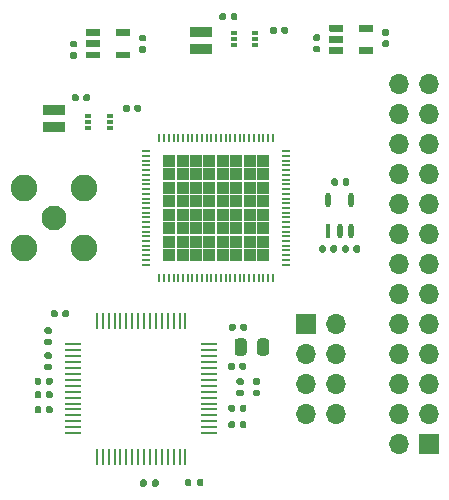
<source format=gts>
G04 #@! TF.GenerationSoftware,KiCad,Pcbnew,(5.1.10)-1*
G04 #@! TF.CreationDate,2022-03-18T02:24:13-07:00*
G04 #@! TF.ProjectId,Chekov,4368656b-6f76-42e6-9b69-6361645f7063,rev?*
G04 #@! TF.SameCoordinates,Original*
G04 #@! TF.FileFunction,Soldermask,Top*
G04 #@! TF.FilePolarity,Negative*
%FSLAX46Y46*%
G04 Gerber Fmt 4.6, Leading zero omitted, Abs format (unit mm)*
G04 Created by KiCad (PCBNEW (5.1.10)-1) date 2022-03-18 02:24:13*
%MOMM*%
%LPD*%
G01*
G04 APERTURE LIST*
%ADD10O,1.700000X1.700000*%
%ADD11R,1.700000X1.700000*%
%ADD12O,0.457200X1.219200*%
%ADD13R,0.457200X1.219200*%
%ADD14C,0.568750*%
%ADD15R,1.137500X1.137500*%
%ADD16O,0.200000X0.800000*%
%ADD17O,0.800000X0.200000*%
%ADD18R,1.346200X0.279400*%
%ADD19R,0.279400X1.346200*%
%ADD20R,0.500000X0.300000*%
%ADD21R,1.900000X0.850000*%
%ADD22C,2.250000*%
%ADD23C,2.100000*%
G04 APERTURE END LIST*
D10*
G04 #@! TO.C,J1*
X111988600Y-58115200D03*
X114528600Y-58115200D03*
X111988600Y-60655200D03*
X114528600Y-60655200D03*
X111988600Y-63195200D03*
X114528600Y-63195200D03*
X111988600Y-65735200D03*
X114528600Y-65735200D03*
X111988600Y-68275200D03*
X114528600Y-68275200D03*
X111988600Y-70815200D03*
X114528600Y-70815200D03*
X111988600Y-73355200D03*
X114528600Y-73355200D03*
X111988600Y-75895200D03*
X114528600Y-75895200D03*
X111988600Y-78435200D03*
X114528600Y-78435200D03*
X111988600Y-80975200D03*
X114528600Y-80975200D03*
X111988600Y-83515200D03*
X114528600Y-83515200D03*
X111988600Y-86055200D03*
X114528600Y-86055200D03*
X111988600Y-88595200D03*
D11*
X114528600Y-88595200D03*
G04 #@! TD*
D12*
G04 #@! TO.C,U7*
X106034799Y-67981200D03*
X107934801Y-67981200D03*
X107934801Y-70601200D03*
X106984800Y-70601200D03*
D13*
X106034799Y-70601200D03*
G04 #@! TD*
G04 #@! TO.C,C24*
G36*
G01*
X107235600Y-66616400D02*
X107235600Y-66276400D01*
G75*
G02*
X107375600Y-66136400I140000J0D01*
G01*
X107655600Y-66136400D01*
G75*
G02*
X107795600Y-66276400I0J-140000D01*
G01*
X107795600Y-66616400D01*
G75*
G02*
X107655600Y-66756400I-140000J0D01*
G01*
X107375600Y-66756400D01*
G75*
G02*
X107235600Y-66616400I0J140000D01*
G01*
G37*
G36*
G01*
X106275600Y-66616400D02*
X106275600Y-66276400D01*
G75*
G02*
X106415600Y-66136400I140000J0D01*
G01*
X106695600Y-66136400D01*
G75*
G02*
X106835600Y-66276400I0J-140000D01*
G01*
X106835600Y-66616400D01*
G75*
G02*
X106695600Y-66756400I-140000J0D01*
G01*
X106415600Y-66756400D01*
G75*
G02*
X106275600Y-66616400I0J140000D01*
G01*
G37*
G04 #@! TD*
G04 #@! TO.C,C23*
G36*
G01*
X107750000Y-71940600D02*
X107750000Y-72280600D01*
G75*
G02*
X107610000Y-72420600I-140000J0D01*
G01*
X107330000Y-72420600D01*
G75*
G02*
X107190000Y-72280600I0J140000D01*
G01*
X107190000Y-71940600D01*
G75*
G02*
X107330000Y-71800600I140000J0D01*
G01*
X107610000Y-71800600D01*
G75*
G02*
X107750000Y-71940600I0J-140000D01*
G01*
G37*
G36*
G01*
X108710000Y-71940600D02*
X108710000Y-72280600D01*
G75*
G02*
X108570000Y-72420600I-140000J0D01*
G01*
X108290000Y-72420600D01*
G75*
G02*
X108150000Y-72280600I0J140000D01*
G01*
X108150000Y-71940600D01*
G75*
G02*
X108290000Y-71800600I140000J0D01*
G01*
X108570000Y-71800600D01*
G75*
G02*
X108710000Y-71940600I0J-140000D01*
G01*
G37*
G04 #@! TD*
G04 #@! TO.C,C22*
G36*
G01*
X106194200Y-72280600D02*
X106194200Y-71940600D01*
G75*
G02*
X106334200Y-71800600I140000J0D01*
G01*
X106614200Y-71800600D01*
G75*
G02*
X106754200Y-71940600I0J-140000D01*
G01*
X106754200Y-72280600D01*
G75*
G02*
X106614200Y-72420600I-140000J0D01*
G01*
X106334200Y-72420600D01*
G75*
G02*
X106194200Y-72280600I0J140000D01*
G01*
G37*
G36*
G01*
X105234200Y-72280600D02*
X105234200Y-71940600D01*
G75*
G02*
X105374200Y-71800600I140000J0D01*
G01*
X105654200Y-71800600D01*
G75*
G02*
X105794200Y-71940600I0J-140000D01*
G01*
X105794200Y-72280600D01*
G75*
G02*
X105654200Y-72420600I-140000J0D01*
G01*
X105374200Y-72420600D01*
G75*
G02*
X105234200Y-72280600I0J140000D01*
G01*
G37*
G04 #@! TD*
D14*
G04 #@! TO.C,U6*
X100501250Y-72619250D03*
X100501250Y-71481750D03*
X100501250Y-70344250D03*
X100501250Y-69206750D03*
X100501250Y-68069250D03*
X100501250Y-66931750D03*
X100501250Y-65794250D03*
X100501250Y-64656750D03*
X99363750Y-72619250D03*
X99363750Y-71481750D03*
X99363750Y-70344250D03*
X99363750Y-69206750D03*
X99363750Y-68069250D03*
X99363750Y-66931750D03*
X99363750Y-65794250D03*
X99363750Y-64656750D03*
X98226250Y-72619250D03*
X98226250Y-71481750D03*
X98226250Y-70344250D03*
X98226250Y-69206750D03*
X98226250Y-68069250D03*
X98226250Y-66931750D03*
X98226250Y-65794250D03*
X98226250Y-64656750D03*
X97088750Y-72619250D03*
X97088750Y-71481750D03*
X97088750Y-70344250D03*
X97088750Y-69206750D03*
X97088750Y-68069250D03*
X97088750Y-66931750D03*
X97088750Y-65794250D03*
X97088750Y-64656750D03*
X95951250Y-72619250D03*
X95951250Y-71481750D03*
X95951250Y-70344250D03*
X95951250Y-69206750D03*
X95951250Y-68069250D03*
X95951250Y-66931750D03*
X95951250Y-65794250D03*
X95951250Y-64656750D03*
X94813750Y-72619250D03*
X94813750Y-71481750D03*
X94813750Y-70344250D03*
X94813750Y-69206750D03*
X94813750Y-68069250D03*
X94813750Y-66931750D03*
X94813750Y-65794250D03*
X94813750Y-64656750D03*
X93676250Y-72619250D03*
X93676250Y-71481750D03*
X93676250Y-70344250D03*
X93676250Y-69206750D03*
X93676250Y-68069250D03*
X93676250Y-66931750D03*
X93676250Y-65794250D03*
X93676250Y-64656750D03*
X92538750Y-72619250D03*
X92538750Y-71481750D03*
X92538750Y-70344250D03*
X92538750Y-69206750D03*
X92538750Y-68069250D03*
X92538750Y-66931750D03*
X92538750Y-65794250D03*
X92538750Y-64656750D03*
D15*
X100501250Y-72619250D03*
X100501250Y-71481750D03*
X100501250Y-70344250D03*
X100501250Y-69206750D03*
X100501250Y-68069250D03*
X100501250Y-66931750D03*
X100501250Y-65794250D03*
X100501250Y-64656750D03*
X99363750Y-72619250D03*
X99363750Y-71481750D03*
X99363750Y-70344250D03*
X99363750Y-69206750D03*
X99363750Y-68069250D03*
X99363750Y-66931750D03*
X99363750Y-65794250D03*
X99363750Y-64656750D03*
X98226250Y-72619250D03*
X98226250Y-71481750D03*
X98226250Y-70344250D03*
X98226250Y-69206750D03*
X98226250Y-68069250D03*
X98226250Y-66931750D03*
X98226250Y-65794250D03*
X98226250Y-64656750D03*
X97088750Y-72619250D03*
X97088750Y-71481750D03*
X97088750Y-70344250D03*
X97088750Y-69206750D03*
X97088750Y-68069250D03*
X97088750Y-66931750D03*
X97088750Y-65794250D03*
X97088750Y-64656750D03*
X95951250Y-72619250D03*
X95951250Y-71481750D03*
X95951250Y-70344250D03*
X95951250Y-69206750D03*
X95951250Y-68069250D03*
X95951250Y-66931750D03*
X95951250Y-65794250D03*
X95951250Y-64656750D03*
X94813750Y-72619250D03*
X94813750Y-71481750D03*
X94813750Y-70344250D03*
X94813750Y-69206750D03*
X94813750Y-68069250D03*
X94813750Y-66931750D03*
X94813750Y-65794250D03*
X94813750Y-64656750D03*
X93676250Y-72619250D03*
X93676250Y-71481750D03*
X93676250Y-70344250D03*
X93676250Y-69206750D03*
X93676250Y-68069250D03*
X93676250Y-66931750D03*
X93676250Y-65794250D03*
X93676250Y-64656750D03*
X92538750Y-72619250D03*
X92538750Y-71481750D03*
X92538750Y-70344250D03*
X92538750Y-69206750D03*
X92538750Y-68069250D03*
X92538750Y-66931750D03*
X92538750Y-65794250D03*
X92538750Y-64656750D03*
D16*
X91720000Y-62738000D03*
X92120000Y-62738000D03*
X92520000Y-62738000D03*
X92920000Y-62738000D03*
X93320000Y-62738000D03*
X93720000Y-62738000D03*
X94120000Y-62738000D03*
X94520000Y-62738000D03*
X94920000Y-62738000D03*
X95320000Y-62738000D03*
X95720000Y-62738000D03*
X96120000Y-62738000D03*
X96520000Y-62738000D03*
X96920000Y-62738000D03*
X97320000Y-62738000D03*
X97720000Y-62738000D03*
X98120000Y-62738000D03*
X98520000Y-62738000D03*
X98920000Y-62738000D03*
X99320000Y-62738000D03*
X99720000Y-62738000D03*
X100120000Y-62738000D03*
X100520000Y-62738000D03*
X100920000Y-62738000D03*
X101320000Y-62738000D03*
D17*
X102420000Y-63838000D03*
X102420000Y-64238000D03*
X102420000Y-64638000D03*
X102420000Y-65038000D03*
X102420000Y-65438000D03*
X102420000Y-65838000D03*
X102420000Y-66238000D03*
X102420000Y-66638000D03*
X102420000Y-67038000D03*
X102420000Y-67438000D03*
X102420000Y-67838000D03*
X102420000Y-68238000D03*
X102420000Y-68638000D03*
X102420000Y-69038000D03*
X102420000Y-69438000D03*
X102420000Y-69838000D03*
X102420000Y-70238000D03*
X102420000Y-70638000D03*
X102420000Y-71038000D03*
X102420000Y-71438000D03*
X102420000Y-71838000D03*
X102420000Y-72238000D03*
X102420000Y-72638000D03*
X102420000Y-73038000D03*
X102420000Y-73438000D03*
D16*
X101320000Y-74538000D03*
X100920000Y-74538000D03*
X100520000Y-74538000D03*
X100120000Y-74538000D03*
X99720000Y-74538000D03*
X99320000Y-74538000D03*
X98920000Y-74538000D03*
X98520000Y-74538000D03*
X98120000Y-74538000D03*
X97720000Y-74538000D03*
X97320000Y-74538000D03*
X96920000Y-74538000D03*
X96520000Y-74538000D03*
X96120000Y-74538000D03*
X95720000Y-74538000D03*
X95320000Y-74538000D03*
X94920000Y-74538000D03*
X94520000Y-74538000D03*
X94120000Y-74538000D03*
X93720000Y-74538000D03*
X93320000Y-74538000D03*
X92920000Y-74538000D03*
X92520000Y-74538000D03*
X92120000Y-74538000D03*
X91720000Y-74538000D03*
D17*
X90620000Y-73438000D03*
X90620000Y-73038000D03*
X90620000Y-72638000D03*
X90620000Y-72238000D03*
X90620000Y-71838000D03*
X90620000Y-71438000D03*
X90620000Y-71038000D03*
X90620000Y-70638000D03*
X90620000Y-70238000D03*
X90620000Y-69838000D03*
X90620000Y-69438000D03*
X90620000Y-69038000D03*
X90620000Y-68638000D03*
X90620000Y-68238000D03*
X90620000Y-67838000D03*
X90620000Y-67438000D03*
X90620000Y-67038000D03*
X90620000Y-66638000D03*
X90620000Y-66238000D03*
X90620000Y-65838000D03*
X90620000Y-65438000D03*
X90620000Y-65038000D03*
X90620000Y-64638000D03*
X90620000Y-64238000D03*
X90620000Y-63838000D03*
G04 #@! TD*
G04 #@! TO.C,R2*
G36*
G01*
X91113580Y-92120300D02*
X91113580Y-91750300D01*
G75*
G02*
X91248580Y-91615300I135000J0D01*
G01*
X91518580Y-91615300D01*
G75*
G02*
X91653580Y-91750300I0J-135000D01*
G01*
X91653580Y-92120300D01*
G75*
G02*
X91518580Y-92255300I-135000J0D01*
G01*
X91248580Y-92255300D01*
G75*
G02*
X91113580Y-92120300I0J135000D01*
G01*
G37*
G36*
G01*
X90093580Y-92120300D02*
X90093580Y-91750300D01*
G75*
G02*
X90228580Y-91615300I135000J0D01*
G01*
X90498580Y-91615300D01*
G75*
G02*
X90633580Y-91750300I0J-135000D01*
G01*
X90633580Y-92120300D01*
G75*
G02*
X90498580Y-92255300I-135000J0D01*
G01*
X90228580Y-92255300D01*
G75*
G02*
X90093580Y-92120300I0J135000D01*
G01*
G37*
G04 #@! TD*
G04 #@! TO.C,R1*
G36*
G01*
X94903260Y-92072040D02*
X94903260Y-91702040D01*
G75*
G02*
X95038260Y-91567040I135000J0D01*
G01*
X95308260Y-91567040D01*
G75*
G02*
X95443260Y-91702040I0J-135000D01*
G01*
X95443260Y-92072040D01*
G75*
G02*
X95308260Y-92207040I-135000J0D01*
G01*
X95038260Y-92207040D01*
G75*
G02*
X94903260Y-92072040I0J135000D01*
G01*
G37*
G36*
G01*
X93883260Y-92072040D02*
X93883260Y-91702040D01*
G75*
G02*
X94018260Y-91567040I135000J0D01*
G01*
X94288260Y-91567040D01*
G75*
G02*
X94423260Y-91702040I0J-135000D01*
G01*
X94423260Y-92072040D01*
G75*
G02*
X94288260Y-92207040I-135000J0D01*
G01*
X94018260Y-92207040D01*
G75*
G02*
X93883260Y-92072040I0J135000D01*
G01*
G37*
G04 #@! TD*
G04 #@! TO.C,C4*
G36*
G01*
X97764000Y-52621000D02*
X97764000Y-52281000D01*
G75*
G02*
X97904000Y-52141000I140000J0D01*
G01*
X98184000Y-52141000D01*
G75*
G02*
X98324000Y-52281000I0J-140000D01*
G01*
X98324000Y-52621000D01*
G75*
G02*
X98184000Y-52761000I-140000J0D01*
G01*
X97904000Y-52761000D01*
G75*
G02*
X97764000Y-52621000I0J140000D01*
G01*
G37*
G36*
G01*
X96804000Y-52621000D02*
X96804000Y-52281000D01*
G75*
G02*
X96944000Y-52141000I140000J0D01*
G01*
X97224000Y-52141000D01*
G75*
G02*
X97364000Y-52281000I0J-140000D01*
G01*
X97364000Y-52621000D01*
G75*
G02*
X97224000Y-52761000I-140000J0D01*
G01*
X96944000Y-52761000D01*
G75*
G02*
X96804000Y-52621000I0J140000D01*
G01*
G37*
G04 #@! TD*
G04 #@! TO.C,C8*
G36*
G01*
X99092600Y-79938860D02*
X99092600Y-80888860D01*
G75*
G02*
X98842600Y-81138860I-250000J0D01*
G01*
X98342600Y-81138860D01*
G75*
G02*
X98092600Y-80888860I0J250000D01*
G01*
X98092600Y-79938860D01*
G75*
G02*
X98342600Y-79688860I250000J0D01*
G01*
X98842600Y-79688860D01*
G75*
G02*
X99092600Y-79938860I0J-250000D01*
G01*
G37*
G36*
G01*
X100992600Y-79938860D02*
X100992600Y-80888860D01*
G75*
G02*
X100742600Y-81138860I-250000J0D01*
G01*
X100242600Y-81138860D01*
G75*
G02*
X99992600Y-80888860I0J250000D01*
G01*
X99992600Y-79938860D01*
G75*
G02*
X100242600Y-79688860I250000J0D01*
G01*
X100742600Y-79688860D01*
G75*
G02*
X100992600Y-79938860I0J-250000D01*
G01*
G37*
G04 #@! TD*
D10*
G04 #@! TO.C,J3*
X106680000Y-86106000D03*
X104140000Y-86106000D03*
X106680000Y-83566000D03*
X104140000Y-83566000D03*
X106680000Y-81026000D03*
X104140000Y-81026000D03*
X106680000Y-78486000D03*
D11*
X104140000Y-78486000D03*
G04 #@! TD*
G04 #@! TO.C,U5*
G36*
G01*
X108600000Y-53659700D02*
X108600000Y-53152300D01*
G75*
G02*
X108641300Y-53111000I41300J0D01*
G01*
X109768700Y-53111000D01*
G75*
G02*
X109810000Y-53152300I0J-41300D01*
G01*
X109810000Y-53659700D01*
G75*
G02*
X109768700Y-53701000I-41300J0D01*
G01*
X108641300Y-53701000D01*
G75*
G02*
X108600000Y-53659700I0J41300D01*
G01*
G37*
G36*
G01*
X108600000Y-55559700D02*
X108600000Y-55052300D01*
G75*
G02*
X108641300Y-55011000I41300J0D01*
G01*
X109768700Y-55011000D01*
G75*
G02*
X109810000Y-55052300I0J-41300D01*
G01*
X109810000Y-55559700D01*
G75*
G02*
X109768700Y-55601000I-41300J0D01*
G01*
X108641300Y-55601000D01*
G75*
G02*
X108600000Y-55559700I0J41300D01*
G01*
G37*
G36*
G01*
X106090000Y-55559700D02*
X106090000Y-55052300D01*
G75*
G02*
X106131300Y-55011000I41300J0D01*
G01*
X107258700Y-55011000D01*
G75*
G02*
X107300000Y-55052300I0J-41300D01*
G01*
X107300000Y-55559700D01*
G75*
G02*
X107258700Y-55601000I-41300J0D01*
G01*
X106131300Y-55601000D01*
G75*
G02*
X106090000Y-55559700I0J41300D01*
G01*
G37*
G36*
G01*
X106090000Y-54609700D02*
X106090000Y-54102300D01*
G75*
G02*
X106131300Y-54061000I41300J0D01*
G01*
X107258700Y-54061000D01*
G75*
G02*
X107300000Y-54102300I0J-41300D01*
G01*
X107300000Y-54609700D01*
G75*
G02*
X107258700Y-54651000I-41300J0D01*
G01*
X106131300Y-54651000D01*
G75*
G02*
X106090000Y-54609700I0J41300D01*
G01*
G37*
G36*
G01*
X106090000Y-53659700D02*
X106090000Y-53152300D01*
G75*
G02*
X106131300Y-53111000I41300J0D01*
G01*
X107258700Y-53111000D01*
G75*
G02*
X107300000Y-53152300I0J-41300D01*
G01*
X107300000Y-53659700D01*
G75*
G02*
X107258700Y-53701000I-41300J0D01*
G01*
X106131300Y-53701000D01*
G75*
G02*
X106090000Y-53659700I0J41300D01*
G01*
G37*
G04 #@! TD*
D18*
G04 #@! TO.C,U4*
X84391500Y-87697000D03*
X84391500Y-87197001D03*
X84391500Y-86697000D03*
X84391500Y-86197001D03*
X84391500Y-85696999D03*
X84391500Y-85197000D03*
X84391500Y-84697001D03*
X84391500Y-84197000D03*
X84391500Y-83697000D03*
X84391500Y-83196999D03*
X84391500Y-82697000D03*
X84391500Y-82197001D03*
X84391500Y-81696999D03*
X84391500Y-81197000D03*
X84391500Y-80696999D03*
X84391500Y-80197000D03*
D19*
X86420000Y-78168500D03*
X86919999Y-78168500D03*
X87420000Y-78168500D03*
X87919999Y-78168500D03*
X88420001Y-78168500D03*
X88920000Y-78168500D03*
X89419999Y-78168500D03*
X89920000Y-78168500D03*
X90420000Y-78168500D03*
X90920001Y-78168500D03*
X91420000Y-78168500D03*
X91919999Y-78168500D03*
X92420001Y-78168500D03*
X92920000Y-78168500D03*
X93420001Y-78168500D03*
X93920000Y-78168500D03*
D18*
X95948500Y-80197000D03*
X95948500Y-80696999D03*
X95948500Y-81197000D03*
X95948500Y-81696999D03*
X95948500Y-82197001D03*
X95948500Y-82697000D03*
X95948500Y-83196999D03*
X95948500Y-83697000D03*
X95948500Y-84197000D03*
X95948500Y-84697001D03*
X95948500Y-85197000D03*
X95948500Y-85696999D03*
X95948500Y-86197001D03*
X95948500Y-86697000D03*
X95948500Y-87197001D03*
X95948500Y-87697000D03*
D19*
X93920000Y-89725500D03*
X93420001Y-89725500D03*
X92920000Y-89725500D03*
X92420001Y-89725500D03*
X91919999Y-89725500D03*
X91420000Y-89725500D03*
X90920001Y-89725500D03*
X90420000Y-89725500D03*
X89920000Y-89725500D03*
X89419999Y-89725500D03*
X88920000Y-89725500D03*
X88420001Y-89725500D03*
X87919999Y-89725500D03*
X87420000Y-89725500D03*
X86919999Y-89725500D03*
X86420000Y-89725500D03*
G04 #@! TD*
G04 #@! TO.C,U3*
G36*
G01*
X88026000Y-54040700D02*
X88026000Y-53533300D01*
G75*
G02*
X88067300Y-53492000I41300J0D01*
G01*
X89194700Y-53492000D01*
G75*
G02*
X89236000Y-53533300I0J-41300D01*
G01*
X89236000Y-54040700D01*
G75*
G02*
X89194700Y-54082000I-41300J0D01*
G01*
X88067300Y-54082000D01*
G75*
G02*
X88026000Y-54040700I0J41300D01*
G01*
G37*
G36*
G01*
X88026000Y-55940700D02*
X88026000Y-55433300D01*
G75*
G02*
X88067300Y-55392000I41300J0D01*
G01*
X89194700Y-55392000D01*
G75*
G02*
X89236000Y-55433300I0J-41300D01*
G01*
X89236000Y-55940700D01*
G75*
G02*
X89194700Y-55982000I-41300J0D01*
G01*
X88067300Y-55982000D01*
G75*
G02*
X88026000Y-55940700I0J41300D01*
G01*
G37*
G36*
G01*
X85516000Y-55940700D02*
X85516000Y-55433300D01*
G75*
G02*
X85557300Y-55392000I41300J0D01*
G01*
X86684700Y-55392000D01*
G75*
G02*
X86726000Y-55433300I0J-41300D01*
G01*
X86726000Y-55940700D01*
G75*
G02*
X86684700Y-55982000I-41300J0D01*
G01*
X85557300Y-55982000D01*
G75*
G02*
X85516000Y-55940700I0J41300D01*
G01*
G37*
G36*
G01*
X85516000Y-54990700D02*
X85516000Y-54483300D01*
G75*
G02*
X85557300Y-54442000I41300J0D01*
G01*
X86684700Y-54442000D01*
G75*
G02*
X86726000Y-54483300I0J-41300D01*
G01*
X86726000Y-54990700D01*
G75*
G02*
X86684700Y-55032000I-41300J0D01*
G01*
X85557300Y-55032000D01*
G75*
G02*
X85516000Y-54990700I0J41300D01*
G01*
G37*
G36*
G01*
X85516000Y-54040700D02*
X85516000Y-53533300D01*
G75*
G02*
X85557300Y-53492000I41300J0D01*
G01*
X86684700Y-53492000D01*
G75*
G02*
X86726000Y-53533300I0J-41300D01*
G01*
X86726000Y-54040700D01*
G75*
G02*
X86684700Y-54082000I-41300J0D01*
G01*
X85557300Y-54082000D01*
G75*
G02*
X85516000Y-54040700I0J41300D01*
G01*
G37*
G04 #@! TD*
D20*
G04 #@! TO.C,U2*
X99833000Y-53856000D03*
X99833000Y-54356000D03*
X99833000Y-54856000D03*
X98033000Y-54856000D03*
X98033000Y-54356000D03*
X98033000Y-53856000D03*
G04 #@! TD*
G04 #@! TO.C,U1*
X87514000Y-60841000D03*
X87514000Y-61341000D03*
X87514000Y-61841000D03*
X85714000Y-61841000D03*
X85714000Y-61341000D03*
X85714000Y-60841000D03*
G04 #@! TD*
D21*
G04 #@! TO.C,L2*
X95250000Y-55208000D03*
X95250000Y-53758000D03*
G04 #@! TD*
G04 #@! TO.C,L1*
X82767000Y-61812000D03*
X82767000Y-60362000D03*
G04 #@! TD*
D22*
G04 #@! TO.C,J2*
X85354000Y-66929000D03*
X85354000Y-72029000D03*
X80254000Y-72029000D03*
X80254000Y-66929000D03*
D23*
X82804000Y-69479000D03*
G04 #@! TD*
G04 #@! TO.C,C21*
G36*
G01*
X111041000Y-54057000D02*
X110701000Y-54057000D01*
G75*
G02*
X110561000Y-53917000I0J140000D01*
G01*
X110561000Y-53637000D01*
G75*
G02*
X110701000Y-53497000I140000J0D01*
G01*
X111041000Y-53497000D01*
G75*
G02*
X111181000Y-53637000I0J-140000D01*
G01*
X111181000Y-53917000D01*
G75*
G02*
X111041000Y-54057000I-140000J0D01*
G01*
G37*
G36*
G01*
X111041000Y-55017000D02*
X110701000Y-55017000D01*
G75*
G02*
X110561000Y-54877000I0J140000D01*
G01*
X110561000Y-54597000D01*
G75*
G02*
X110701000Y-54457000I140000J0D01*
G01*
X111041000Y-54457000D01*
G75*
G02*
X111181000Y-54597000I0J-140000D01*
G01*
X111181000Y-54877000D01*
G75*
G02*
X111041000Y-55017000I-140000J0D01*
G01*
G37*
G04 #@! TD*
G04 #@! TO.C,C20*
G36*
G01*
X81715000Y-84285000D02*
X81715000Y-84625000D01*
G75*
G02*
X81575000Y-84765000I-140000J0D01*
G01*
X81295000Y-84765000D01*
G75*
G02*
X81155000Y-84625000I0J140000D01*
G01*
X81155000Y-84285000D01*
G75*
G02*
X81295000Y-84145000I140000J0D01*
G01*
X81575000Y-84145000D01*
G75*
G02*
X81715000Y-84285000I0J-140000D01*
G01*
G37*
G36*
G01*
X82675000Y-84285000D02*
X82675000Y-84625000D01*
G75*
G02*
X82535000Y-84765000I-140000J0D01*
G01*
X82255000Y-84765000D01*
G75*
G02*
X82115000Y-84625000I0J140000D01*
G01*
X82115000Y-84285000D01*
G75*
G02*
X82255000Y-84145000I140000J0D01*
G01*
X82535000Y-84145000D01*
G75*
G02*
X82675000Y-84285000I0J-140000D01*
G01*
G37*
G04 #@! TD*
G04 #@! TO.C,C19*
G36*
G01*
X81715000Y-83142000D02*
X81715000Y-83482000D01*
G75*
G02*
X81575000Y-83622000I-140000J0D01*
G01*
X81295000Y-83622000D01*
G75*
G02*
X81155000Y-83482000I0J140000D01*
G01*
X81155000Y-83142000D01*
G75*
G02*
X81295000Y-83002000I140000J0D01*
G01*
X81575000Y-83002000D01*
G75*
G02*
X81715000Y-83142000I0J-140000D01*
G01*
G37*
G36*
G01*
X82675000Y-83142000D02*
X82675000Y-83482000D01*
G75*
G02*
X82535000Y-83622000I-140000J0D01*
G01*
X82255000Y-83622000D01*
G75*
G02*
X82115000Y-83482000I0J140000D01*
G01*
X82115000Y-83142000D01*
G75*
G02*
X82255000Y-83002000I140000J0D01*
G01*
X82535000Y-83002000D01*
G75*
G02*
X82675000Y-83142000I0J-140000D01*
G01*
G37*
G04 #@! TD*
G04 #@! TO.C,C18*
G36*
G01*
X83112000Y-77427000D02*
X83112000Y-77767000D01*
G75*
G02*
X82972000Y-77907000I-140000J0D01*
G01*
X82692000Y-77907000D01*
G75*
G02*
X82552000Y-77767000I0J140000D01*
G01*
X82552000Y-77427000D01*
G75*
G02*
X82692000Y-77287000I140000J0D01*
G01*
X82972000Y-77287000D01*
G75*
G02*
X83112000Y-77427000I0J-140000D01*
G01*
G37*
G36*
G01*
X84072000Y-77427000D02*
X84072000Y-77767000D01*
G75*
G02*
X83932000Y-77907000I-140000J0D01*
G01*
X83652000Y-77907000D01*
G75*
G02*
X83512000Y-77767000I0J140000D01*
G01*
X83512000Y-77427000D01*
G75*
G02*
X83652000Y-77287000I140000J0D01*
G01*
X83932000Y-77287000D01*
G75*
G02*
X84072000Y-77427000I0J-140000D01*
G01*
G37*
G04 #@! TD*
G04 #@! TO.C,C17*
G36*
G01*
X82126000Y-79702000D02*
X82466000Y-79702000D01*
G75*
G02*
X82606000Y-79842000I0J-140000D01*
G01*
X82606000Y-80122000D01*
G75*
G02*
X82466000Y-80262000I-140000J0D01*
G01*
X82126000Y-80262000D01*
G75*
G02*
X81986000Y-80122000I0J140000D01*
G01*
X81986000Y-79842000D01*
G75*
G02*
X82126000Y-79702000I140000J0D01*
G01*
G37*
G36*
G01*
X82126000Y-78742000D02*
X82466000Y-78742000D01*
G75*
G02*
X82606000Y-78882000I0J-140000D01*
G01*
X82606000Y-79162000D01*
G75*
G02*
X82466000Y-79302000I-140000J0D01*
G01*
X82126000Y-79302000D01*
G75*
G02*
X81986000Y-79162000I0J140000D01*
G01*
X81986000Y-78882000D01*
G75*
G02*
X82126000Y-78742000I140000J0D01*
G01*
G37*
G04 #@! TD*
G04 #@! TO.C,C16*
G36*
G01*
X81715000Y-85555000D02*
X81715000Y-85895000D01*
G75*
G02*
X81575000Y-86035000I-140000J0D01*
G01*
X81295000Y-86035000D01*
G75*
G02*
X81155000Y-85895000I0J140000D01*
G01*
X81155000Y-85555000D01*
G75*
G02*
X81295000Y-85415000I140000J0D01*
G01*
X81575000Y-85415000D01*
G75*
G02*
X81715000Y-85555000I0J-140000D01*
G01*
G37*
G36*
G01*
X82675000Y-85555000D02*
X82675000Y-85895000D01*
G75*
G02*
X82535000Y-86035000I-140000J0D01*
G01*
X82255000Y-86035000D01*
G75*
G02*
X82115000Y-85895000I0J140000D01*
G01*
X82115000Y-85555000D01*
G75*
G02*
X82255000Y-85415000I140000J0D01*
G01*
X82535000Y-85415000D01*
G75*
G02*
X82675000Y-85555000I0J-140000D01*
G01*
G37*
G04 #@! TD*
G04 #@! TO.C,C15*
G36*
G01*
X82466000Y-81433000D02*
X82126000Y-81433000D01*
G75*
G02*
X81986000Y-81293000I0J140000D01*
G01*
X81986000Y-81013000D01*
G75*
G02*
X82126000Y-80873000I140000J0D01*
G01*
X82466000Y-80873000D01*
G75*
G02*
X82606000Y-81013000I0J-140000D01*
G01*
X82606000Y-81293000D01*
G75*
G02*
X82466000Y-81433000I-140000J0D01*
G01*
G37*
G36*
G01*
X82466000Y-82393000D02*
X82126000Y-82393000D01*
G75*
G02*
X81986000Y-82253000I0J140000D01*
G01*
X81986000Y-81973000D01*
G75*
G02*
X82126000Y-81833000I140000J0D01*
G01*
X82466000Y-81833000D01*
G75*
G02*
X82606000Y-81973000I0J-140000D01*
G01*
X82606000Y-82253000D01*
G75*
G02*
X82466000Y-82393000I-140000J0D01*
G01*
G37*
G04 #@! TD*
G04 #@! TO.C,C14*
G36*
G01*
X105199000Y-54509000D02*
X104859000Y-54509000D01*
G75*
G02*
X104719000Y-54369000I0J140000D01*
G01*
X104719000Y-54089000D01*
G75*
G02*
X104859000Y-53949000I140000J0D01*
G01*
X105199000Y-53949000D01*
G75*
G02*
X105339000Y-54089000I0J-140000D01*
G01*
X105339000Y-54369000D01*
G75*
G02*
X105199000Y-54509000I-140000J0D01*
G01*
G37*
G36*
G01*
X105199000Y-55469000D02*
X104859000Y-55469000D01*
G75*
G02*
X104719000Y-55329000I0J140000D01*
G01*
X104719000Y-55049000D01*
G75*
G02*
X104859000Y-54909000I140000J0D01*
G01*
X105199000Y-54909000D01*
G75*
G02*
X105339000Y-55049000I0J-140000D01*
G01*
X105339000Y-55329000D01*
G75*
G02*
X105199000Y-55469000I-140000J0D01*
G01*
G37*
G04 #@! TD*
G04 #@! TO.C,C13*
G36*
G01*
X90467000Y-54537000D02*
X90127000Y-54537000D01*
G75*
G02*
X89987000Y-54397000I0J140000D01*
G01*
X89987000Y-54117000D01*
G75*
G02*
X90127000Y-53977000I140000J0D01*
G01*
X90467000Y-53977000D01*
G75*
G02*
X90607000Y-54117000I0J-140000D01*
G01*
X90607000Y-54397000D01*
G75*
G02*
X90467000Y-54537000I-140000J0D01*
G01*
G37*
G36*
G01*
X90467000Y-55497000D02*
X90127000Y-55497000D01*
G75*
G02*
X89987000Y-55357000I0J140000D01*
G01*
X89987000Y-55077000D01*
G75*
G02*
X90127000Y-54937000I140000J0D01*
G01*
X90467000Y-54937000D01*
G75*
G02*
X90607000Y-55077000I0J-140000D01*
G01*
X90607000Y-55357000D01*
G75*
G02*
X90467000Y-55497000I-140000J0D01*
G01*
G37*
G04 #@! TD*
G04 #@! TO.C,C12*
G36*
G01*
X98722000Y-83620000D02*
X98382000Y-83620000D01*
G75*
G02*
X98242000Y-83480000I0J140000D01*
G01*
X98242000Y-83200000D01*
G75*
G02*
X98382000Y-83060000I140000J0D01*
G01*
X98722000Y-83060000D01*
G75*
G02*
X98862000Y-83200000I0J-140000D01*
G01*
X98862000Y-83480000D01*
G75*
G02*
X98722000Y-83620000I-140000J0D01*
G01*
G37*
G36*
G01*
X98722000Y-84580000D02*
X98382000Y-84580000D01*
G75*
G02*
X98242000Y-84440000I0J140000D01*
G01*
X98242000Y-84160000D01*
G75*
G02*
X98382000Y-84020000I140000J0D01*
G01*
X98722000Y-84020000D01*
G75*
G02*
X98862000Y-84160000I0J-140000D01*
G01*
X98862000Y-84440000D01*
G75*
G02*
X98722000Y-84580000I-140000J0D01*
G01*
G37*
G04 #@! TD*
G04 #@! TO.C,C11*
G36*
G01*
X98526000Y-87165000D02*
X98526000Y-86825000D01*
G75*
G02*
X98666000Y-86685000I140000J0D01*
G01*
X98946000Y-86685000D01*
G75*
G02*
X99086000Y-86825000I0J-140000D01*
G01*
X99086000Y-87165000D01*
G75*
G02*
X98946000Y-87305000I-140000J0D01*
G01*
X98666000Y-87305000D01*
G75*
G02*
X98526000Y-87165000I0J140000D01*
G01*
G37*
G36*
G01*
X97566000Y-87165000D02*
X97566000Y-86825000D01*
G75*
G02*
X97706000Y-86685000I140000J0D01*
G01*
X97986000Y-86685000D01*
G75*
G02*
X98126000Y-86825000I0J-140000D01*
G01*
X98126000Y-87165000D01*
G75*
G02*
X97986000Y-87305000I-140000J0D01*
G01*
X97706000Y-87305000D01*
G75*
G02*
X97566000Y-87165000I0J140000D01*
G01*
G37*
G04 #@! TD*
G04 #@! TO.C,C10*
G36*
G01*
X98526000Y-85768000D02*
X98526000Y-85428000D01*
G75*
G02*
X98666000Y-85288000I140000J0D01*
G01*
X98946000Y-85288000D01*
G75*
G02*
X99086000Y-85428000I0J-140000D01*
G01*
X99086000Y-85768000D01*
G75*
G02*
X98946000Y-85908000I-140000J0D01*
G01*
X98666000Y-85908000D01*
G75*
G02*
X98526000Y-85768000I0J140000D01*
G01*
G37*
G36*
G01*
X97566000Y-85768000D02*
X97566000Y-85428000D01*
G75*
G02*
X97706000Y-85288000I140000J0D01*
G01*
X97986000Y-85288000D01*
G75*
G02*
X98126000Y-85428000I0J-140000D01*
G01*
X98126000Y-85768000D01*
G75*
G02*
X97986000Y-85908000I-140000J0D01*
G01*
X97706000Y-85908000D01*
G75*
G02*
X97566000Y-85768000I0J140000D01*
G01*
G37*
G04 #@! TD*
G04 #@! TO.C,C9*
G36*
G01*
X98174200Y-78570000D02*
X98174200Y-78910000D01*
G75*
G02*
X98034200Y-79050000I-140000J0D01*
G01*
X97754200Y-79050000D01*
G75*
G02*
X97614200Y-78910000I0J140000D01*
G01*
X97614200Y-78570000D01*
G75*
G02*
X97754200Y-78430000I140000J0D01*
G01*
X98034200Y-78430000D01*
G75*
G02*
X98174200Y-78570000I0J-140000D01*
G01*
G37*
G36*
G01*
X99134200Y-78570000D02*
X99134200Y-78910000D01*
G75*
G02*
X98994200Y-79050000I-140000J0D01*
G01*
X98714200Y-79050000D01*
G75*
G02*
X98574200Y-78910000I0J140000D01*
G01*
X98574200Y-78570000D01*
G75*
G02*
X98714200Y-78430000I140000J0D01*
G01*
X98994200Y-78430000D01*
G75*
G02*
X99134200Y-78570000I0J-140000D01*
G01*
G37*
G04 #@! TD*
G04 #@! TO.C,C7*
G36*
G01*
X98098000Y-81872000D02*
X98098000Y-82212000D01*
G75*
G02*
X97958000Y-82352000I-140000J0D01*
G01*
X97678000Y-82352000D01*
G75*
G02*
X97538000Y-82212000I0J140000D01*
G01*
X97538000Y-81872000D01*
G75*
G02*
X97678000Y-81732000I140000J0D01*
G01*
X97958000Y-81732000D01*
G75*
G02*
X98098000Y-81872000I0J-140000D01*
G01*
G37*
G36*
G01*
X99058000Y-81872000D02*
X99058000Y-82212000D01*
G75*
G02*
X98918000Y-82352000I-140000J0D01*
G01*
X98638000Y-82352000D01*
G75*
G02*
X98498000Y-82212000I0J140000D01*
G01*
X98498000Y-81872000D01*
G75*
G02*
X98638000Y-81732000I140000J0D01*
G01*
X98918000Y-81732000D01*
G75*
G02*
X99058000Y-81872000I0J-140000D01*
G01*
G37*
G04 #@! TD*
G04 #@! TO.C,C6*
G36*
G01*
X100119000Y-83620000D02*
X99779000Y-83620000D01*
G75*
G02*
X99639000Y-83480000I0J140000D01*
G01*
X99639000Y-83200000D01*
G75*
G02*
X99779000Y-83060000I140000J0D01*
G01*
X100119000Y-83060000D01*
G75*
G02*
X100259000Y-83200000I0J-140000D01*
G01*
X100259000Y-83480000D01*
G75*
G02*
X100119000Y-83620000I-140000J0D01*
G01*
G37*
G36*
G01*
X100119000Y-84580000D02*
X99779000Y-84580000D01*
G75*
G02*
X99639000Y-84440000I0J140000D01*
G01*
X99639000Y-84160000D01*
G75*
G02*
X99779000Y-84020000I140000J0D01*
G01*
X100119000Y-84020000D01*
G75*
G02*
X100259000Y-84160000I0J-140000D01*
G01*
X100259000Y-84440000D01*
G75*
G02*
X100119000Y-84580000I-140000J0D01*
G01*
G37*
G04 #@! TD*
G04 #@! TO.C,C5*
G36*
G01*
X84625000Y-55045000D02*
X84285000Y-55045000D01*
G75*
G02*
X84145000Y-54905000I0J140000D01*
G01*
X84145000Y-54625000D01*
G75*
G02*
X84285000Y-54485000I140000J0D01*
G01*
X84625000Y-54485000D01*
G75*
G02*
X84765000Y-54625000I0J-140000D01*
G01*
X84765000Y-54905000D01*
G75*
G02*
X84625000Y-55045000I-140000J0D01*
G01*
G37*
G36*
G01*
X84625000Y-56005000D02*
X84285000Y-56005000D01*
G75*
G02*
X84145000Y-55865000I0J140000D01*
G01*
X84145000Y-55585000D01*
G75*
G02*
X84285000Y-55445000I140000J0D01*
G01*
X84625000Y-55445000D01*
G75*
G02*
X84765000Y-55585000I0J-140000D01*
G01*
X84765000Y-55865000D01*
G75*
G02*
X84625000Y-56005000I-140000J0D01*
G01*
G37*
G04 #@! TD*
G04 #@! TO.C,C3*
G36*
G01*
X85290000Y-59479000D02*
X85290000Y-59139000D01*
G75*
G02*
X85430000Y-58999000I140000J0D01*
G01*
X85710000Y-58999000D01*
G75*
G02*
X85850000Y-59139000I0J-140000D01*
G01*
X85850000Y-59479000D01*
G75*
G02*
X85710000Y-59619000I-140000J0D01*
G01*
X85430000Y-59619000D01*
G75*
G02*
X85290000Y-59479000I0J140000D01*
G01*
G37*
G36*
G01*
X84330000Y-59479000D02*
X84330000Y-59139000D01*
G75*
G02*
X84470000Y-58999000I140000J0D01*
G01*
X84750000Y-58999000D01*
G75*
G02*
X84890000Y-59139000I0J-140000D01*
G01*
X84890000Y-59479000D01*
G75*
G02*
X84750000Y-59619000I-140000J0D01*
G01*
X84470000Y-59619000D01*
G75*
G02*
X84330000Y-59479000I0J140000D01*
G01*
G37*
G04 #@! TD*
G04 #@! TO.C,C2*
G36*
G01*
X102054000Y-53764000D02*
X102054000Y-53424000D01*
G75*
G02*
X102194000Y-53284000I140000J0D01*
G01*
X102474000Y-53284000D01*
G75*
G02*
X102614000Y-53424000I0J-140000D01*
G01*
X102614000Y-53764000D01*
G75*
G02*
X102474000Y-53904000I-140000J0D01*
G01*
X102194000Y-53904000D01*
G75*
G02*
X102054000Y-53764000I0J140000D01*
G01*
G37*
G36*
G01*
X101094000Y-53764000D02*
X101094000Y-53424000D01*
G75*
G02*
X101234000Y-53284000I140000J0D01*
G01*
X101514000Y-53284000D01*
G75*
G02*
X101654000Y-53424000I0J-140000D01*
G01*
X101654000Y-53764000D01*
G75*
G02*
X101514000Y-53904000I-140000J0D01*
G01*
X101234000Y-53904000D01*
G75*
G02*
X101094000Y-53764000I0J140000D01*
G01*
G37*
G04 #@! TD*
G04 #@! TO.C,C1*
G36*
G01*
X89608000Y-60368000D02*
X89608000Y-60028000D01*
G75*
G02*
X89748000Y-59888000I140000J0D01*
G01*
X90028000Y-59888000D01*
G75*
G02*
X90168000Y-60028000I0J-140000D01*
G01*
X90168000Y-60368000D01*
G75*
G02*
X90028000Y-60508000I-140000J0D01*
G01*
X89748000Y-60508000D01*
G75*
G02*
X89608000Y-60368000I0J140000D01*
G01*
G37*
G36*
G01*
X88648000Y-60368000D02*
X88648000Y-60028000D01*
G75*
G02*
X88788000Y-59888000I140000J0D01*
G01*
X89068000Y-59888000D01*
G75*
G02*
X89208000Y-60028000I0J-140000D01*
G01*
X89208000Y-60368000D01*
G75*
G02*
X89068000Y-60508000I-140000J0D01*
G01*
X88788000Y-60508000D01*
G75*
G02*
X88648000Y-60368000I0J140000D01*
G01*
G37*
G04 #@! TD*
M02*

</source>
